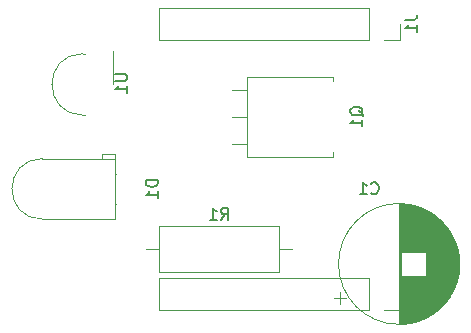
<source format=gbr>
%TF.GenerationSoftware,KiCad,Pcbnew,(5.1.7)-1*%
%TF.CreationDate,2020-12-07T09:32:12+01:00*%
%TF.ProjectId,RcOid,52634f69-642e-46b6-9963-61645f706362,1*%
%TF.SameCoordinates,Original*%
%TF.FileFunction,Legend,Bot*%
%TF.FilePolarity,Positive*%
%FSLAX46Y46*%
G04 Gerber Fmt 4.6, Leading zero omitted, Abs format (unit mm)*
G04 Created by KiCad (PCBNEW (5.1.7)-1) date 2020-12-07 09:32:12*
%MOMM*%
%LPD*%
G01*
G04 APERTURE LIST*
%ADD10C,0.120000*%
%ADD11C,0.150000*%
G04 APERTURE END LIST*
D10*
%TO.C,Q1*%
X137000000Y-105260000D02*
X137000000Y-98440000D01*
X144240000Y-105260000D02*
X144240000Y-104851000D01*
X144240000Y-98849000D02*
X144240000Y-98440000D01*
X144240000Y-105260000D02*
X137000000Y-105260000D01*
X144240000Y-98440000D02*
X137000000Y-98440000D01*
X137000000Y-104140000D02*
X135670000Y-104140000D01*
X137000000Y-101850000D02*
X135670000Y-101850000D01*
X137000000Y-99560000D02*
X135670000Y-99560000D01*
%TO.C,D1*%
X125920000Y-106680000D02*
X125920000Y-106680000D01*
X125790000Y-106680000D02*
X125920000Y-106680000D01*
X125790000Y-106680000D02*
X125790000Y-106680000D01*
X125920000Y-106680000D02*
X125790000Y-106680000D01*
X125920000Y-109220000D02*
X125920000Y-109220000D01*
X125790000Y-109220000D02*
X125920000Y-109220000D01*
X125790000Y-109220000D02*
X125790000Y-109220000D01*
X125920000Y-109220000D02*
X125790000Y-109220000D01*
X125790000Y-105390000D02*
X125790000Y-104990000D01*
X124670000Y-105390000D02*
X125790000Y-105390000D01*
X124670000Y-104990000D02*
X124670000Y-105390000D01*
X125790000Y-104990000D02*
X124670000Y-104990000D01*
X125790000Y-110510000D02*
X125790000Y-105390000D01*
X125790000Y-105390000D02*
X119630000Y-105390000D01*
X125790000Y-110510000D02*
X119630000Y-110510000D01*
X119630000Y-105390000D02*
G75*
G03*
X119630000Y-110510000I0J-2560000D01*
G01*
%TO.C,C1*%
X144860354Y-117675000D02*
X144860354Y-116675000D01*
X144360354Y-117175000D02*
X145360354Y-117175000D01*
X154921000Y-114899000D02*
X154921000Y-113701000D01*
X154881000Y-115162000D02*
X154881000Y-113438000D01*
X154841000Y-115362000D02*
X154841000Y-113238000D01*
X154801000Y-115530000D02*
X154801000Y-113070000D01*
X154761000Y-115678000D02*
X154761000Y-112922000D01*
X154721000Y-115810000D02*
X154721000Y-112790000D01*
X154681000Y-115930000D02*
X154681000Y-112670000D01*
X154641000Y-116042000D02*
X154641000Y-112558000D01*
X154601000Y-116146000D02*
X154601000Y-112454000D01*
X154561000Y-116244000D02*
X154561000Y-112356000D01*
X154521000Y-116337000D02*
X154521000Y-112263000D01*
X154481000Y-116425000D02*
X154481000Y-112175000D01*
X154441000Y-116509000D02*
X154441000Y-112091000D01*
X154401000Y-116589000D02*
X154401000Y-112011000D01*
X154361000Y-116665000D02*
X154361000Y-111935000D01*
X154321000Y-116739000D02*
X154321000Y-111861000D01*
X154281000Y-116810000D02*
X154281000Y-111790000D01*
X154241000Y-116879000D02*
X154241000Y-111721000D01*
X154201000Y-116945000D02*
X154201000Y-111655000D01*
X154161000Y-117009000D02*
X154161000Y-111591000D01*
X154121000Y-117070000D02*
X154121000Y-111530000D01*
X154081000Y-117130000D02*
X154081000Y-111470000D01*
X154041000Y-117189000D02*
X154041000Y-111411000D01*
X154001000Y-117245000D02*
X154001000Y-111355000D01*
X153961000Y-117300000D02*
X153961000Y-111300000D01*
X153921000Y-117354000D02*
X153921000Y-111246000D01*
X153881000Y-117406000D02*
X153881000Y-111194000D01*
X153841000Y-117456000D02*
X153841000Y-111144000D01*
X153801000Y-117506000D02*
X153801000Y-111094000D01*
X153761000Y-117554000D02*
X153761000Y-111046000D01*
X153721000Y-117601000D02*
X153721000Y-110999000D01*
X153681000Y-117647000D02*
X153681000Y-110953000D01*
X153641000Y-117692000D02*
X153641000Y-110908000D01*
X153601000Y-117736000D02*
X153601000Y-110864000D01*
X153561000Y-117778000D02*
X153561000Y-110822000D01*
X153521000Y-117820000D02*
X153521000Y-110780000D01*
X153481000Y-117861000D02*
X153481000Y-110739000D01*
X153441000Y-117901000D02*
X153441000Y-110699000D01*
X153401000Y-117940000D02*
X153401000Y-110660000D01*
X153361000Y-117979000D02*
X153361000Y-110621000D01*
X153321000Y-118016000D02*
X153321000Y-110584000D01*
X153281000Y-118053000D02*
X153281000Y-110547000D01*
X153241000Y-118089000D02*
X153241000Y-110511000D01*
X153201000Y-118124000D02*
X153201000Y-110476000D01*
X153161000Y-118158000D02*
X153161000Y-110442000D01*
X153121000Y-118192000D02*
X153121000Y-110408000D01*
X153081000Y-118225000D02*
X153081000Y-110375000D01*
X153041000Y-118257000D02*
X153041000Y-110343000D01*
X153001000Y-118289000D02*
X153001000Y-110311000D01*
X152961000Y-118320000D02*
X152961000Y-110280000D01*
X152921000Y-118350000D02*
X152921000Y-110250000D01*
X152881000Y-118380000D02*
X152881000Y-110220000D01*
X152841000Y-118410000D02*
X152841000Y-110190000D01*
X152801000Y-118438000D02*
X152801000Y-110162000D01*
X152761000Y-118466000D02*
X152761000Y-110134000D01*
X152721000Y-118494000D02*
X152721000Y-110106000D01*
X152681000Y-118521000D02*
X152681000Y-110079000D01*
X152641000Y-118547000D02*
X152641000Y-110053000D01*
X152601000Y-118573000D02*
X152601000Y-110027000D01*
X152561000Y-118598000D02*
X152561000Y-110002000D01*
X152521000Y-118623000D02*
X152521000Y-109977000D01*
X152481000Y-118647000D02*
X152481000Y-109953000D01*
X152441000Y-118671000D02*
X152441000Y-109929000D01*
X152401000Y-118695000D02*
X152401000Y-109905000D01*
X152361000Y-118717000D02*
X152361000Y-109883000D01*
X152321000Y-118740000D02*
X152321000Y-109860000D01*
X152281000Y-118762000D02*
X152281000Y-109838000D01*
X152241000Y-118783000D02*
X152241000Y-109817000D01*
X152201000Y-118804000D02*
X152201000Y-109796000D01*
X152161000Y-118825000D02*
X152161000Y-109775000D01*
X152121000Y-113260000D02*
X152121000Y-109755000D01*
X152121000Y-118845000D02*
X152121000Y-115340000D01*
X152081000Y-113260000D02*
X152081000Y-109736000D01*
X152081000Y-118864000D02*
X152081000Y-115340000D01*
X152041000Y-113260000D02*
X152041000Y-109716000D01*
X152041000Y-118884000D02*
X152041000Y-115340000D01*
X152001000Y-113260000D02*
X152001000Y-109697000D01*
X152001000Y-118903000D02*
X152001000Y-115340000D01*
X151961000Y-113260000D02*
X151961000Y-109679000D01*
X151961000Y-118921000D02*
X151961000Y-115340000D01*
X151921000Y-113260000D02*
X151921000Y-109661000D01*
X151921000Y-118939000D02*
X151921000Y-115340000D01*
X151881000Y-113260000D02*
X151881000Y-109643000D01*
X151881000Y-118957000D02*
X151881000Y-115340000D01*
X151841000Y-113260000D02*
X151841000Y-109626000D01*
X151841000Y-118974000D02*
X151841000Y-115340000D01*
X151801000Y-113260000D02*
X151801000Y-109610000D01*
X151801000Y-118990000D02*
X151801000Y-115340000D01*
X151761000Y-113260000D02*
X151761000Y-109593000D01*
X151761000Y-119007000D02*
X151761000Y-115340000D01*
X151721000Y-113260000D02*
X151721000Y-109577000D01*
X151721000Y-119023000D02*
X151721000Y-115340000D01*
X151681000Y-113260000D02*
X151681000Y-109562000D01*
X151681000Y-119038000D02*
X151681000Y-115340000D01*
X151641000Y-113260000D02*
X151641000Y-109546000D01*
X151641000Y-119054000D02*
X151641000Y-115340000D01*
X151601000Y-113260000D02*
X151601000Y-109532000D01*
X151601000Y-119068000D02*
X151601000Y-115340000D01*
X151561000Y-113260000D02*
X151561000Y-109517000D01*
X151561000Y-119083000D02*
X151561000Y-115340000D01*
X151521000Y-113260000D02*
X151521000Y-109503000D01*
X151521000Y-119097000D02*
X151521000Y-115340000D01*
X151481000Y-113260000D02*
X151481000Y-109489000D01*
X151481000Y-119111000D02*
X151481000Y-115340000D01*
X151441000Y-113260000D02*
X151441000Y-109476000D01*
X151441000Y-119124000D02*
X151441000Y-115340000D01*
X151401000Y-113260000D02*
X151401000Y-109463000D01*
X151401000Y-119137000D02*
X151401000Y-115340000D01*
X151361000Y-113260000D02*
X151361000Y-109450000D01*
X151361000Y-119150000D02*
X151361000Y-115340000D01*
X151321000Y-113260000D02*
X151321000Y-109438000D01*
X151321000Y-119162000D02*
X151321000Y-115340000D01*
X151281000Y-113260000D02*
X151281000Y-109426000D01*
X151281000Y-119174000D02*
X151281000Y-115340000D01*
X151241000Y-113260000D02*
X151241000Y-109415000D01*
X151241000Y-119185000D02*
X151241000Y-115340000D01*
X151201000Y-113260000D02*
X151201000Y-109403000D01*
X151201000Y-119197000D02*
X151201000Y-115340000D01*
X151161000Y-113260000D02*
X151161000Y-109393000D01*
X151161000Y-119207000D02*
X151161000Y-115340000D01*
X151121000Y-113260000D02*
X151121000Y-109382000D01*
X151121000Y-119218000D02*
X151121000Y-115340000D01*
X151081000Y-113260000D02*
X151081000Y-109372000D01*
X151081000Y-119228000D02*
X151081000Y-115340000D01*
X151041000Y-113260000D02*
X151041000Y-109362000D01*
X151041000Y-119238000D02*
X151041000Y-115340000D01*
X151001000Y-113260000D02*
X151001000Y-109353000D01*
X151001000Y-119247000D02*
X151001000Y-115340000D01*
X150961000Y-113260000D02*
X150961000Y-109344000D01*
X150961000Y-119256000D02*
X150961000Y-115340000D01*
X150921000Y-113260000D02*
X150921000Y-109335000D01*
X150921000Y-119265000D02*
X150921000Y-115340000D01*
X150881000Y-113260000D02*
X150881000Y-109326000D01*
X150881000Y-119274000D02*
X150881000Y-115340000D01*
X150841000Y-113260000D02*
X150841000Y-109318000D01*
X150841000Y-119282000D02*
X150841000Y-115340000D01*
X150801000Y-113260000D02*
X150801000Y-109310000D01*
X150801000Y-119290000D02*
X150801000Y-115340000D01*
X150761000Y-113260000D02*
X150761000Y-109303000D01*
X150761000Y-119297000D02*
X150761000Y-115340000D01*
X150721000Y-113260000D02*
X150721000Y-109296000D01*
X150721000Y-119304000D02*
X150721000Y-115340000D01*
X150681000Y-113260000D02*
X150681000Y-109289000D01*
X150681000Y-119311000D02*
X150681000Y-115340000D01*
X150641000Y-113260000D02*
X150641000Y-109282000D01*
X150641000Y-119318000D02*
X150641000Y-115340000D01*
X150601000Y-113260000D02*
X150601000Y-109276000D01*
X150601000Y-119324000D02*
X150601000Y-115340000D01*
X150561000Y-113260000D02*
X150561000Y-109270000D01*
X150561000Y-119330000D02*
X150561000Y-115340000D01*
X150520000Y-113260000D02*
X150520000Y-109265000D01*
X150520000Y-119335000D02*
X150520000Y-115340000D01*
X150480000Y-113260000D02*
X150480000Y-109260000D01*
X150480000Y-119340000D02*
X150480000Y-115340000D01*
X150440000Y-113260000D02*
X150440000Y-109255000D01*
X150440000Y-119345000D02*
X150440000Y-115340000D01*
X150400000Y-113260000D02*
X150400000Y-109250000D01*
X150400000Y-119350000D02*
X150400000Y-115340000D01*
X150360000Y-113260000D02*
X150360000Y-109246000D01*
X150360000Y-119354000D02*
X150360000Y-115340000D01*
X150320000Y-113260000D02*
X150320000Y-109242000D01*
X150320000Y-119358000D02*
X150320000Y-115340000D01*
X150280000Y-113260000D02*
X150280000Y-109238000D01*
X150280000Y-119362000D02*
X150280000Y-115340000D01*
X150240000Y-113260000D02*
X150240000Y-109235000D01*
X150240000Y-119365000D02*
X150240000Y-115340000D01*
X150200000Y-113260000D02*
X150200000Y-109232000D01*
X150200000Y-119368000D02*
X150200000Y-115340000D01*
X150160000Y-113260000D02*
X150160000Y-109230000D01*
X150160000Y-119370000D02*
X150160000Y-115340000D01*
X150120000Y-113260000D02*
X150120000Y-109227000D01*
X150120000Y-119373000D02*
X150120000Y-115340000D01*
X150080000Y-113260000D02*
X150080000Y-109225000D01*
X150080000Y-119375000D02*
X150080000Y-115340000D01*
X150040000Y-119377000D02*
X150040000Y-109223000D01*
X150000000Y-119378000D02*
X150000000Y-109222000D01*
X149960000Y-119379000D02*
X149960000Y-109221000D01*
X149920000Y-119380000D02*
X149920000Y-109220000D01*
X149880000Y-119380000D02*
X149880000Y-109220000D01*
X149840000Y-119380000D02*
X149840000Y-109220000D01*
X154960000Y-114300000D02*
G75*
G03*
X154960000Y-114300000I-5120000J0D01*
G01*
%TO.C,J1*%
X149920000Y-95310000D02*
X149920000Y-93980000D01*
X148590000Y-95310000D02*
X149920000Y-95310000D01*
X147320000Y-95310000D02*
X147320000Y-92650000D01*
X147320000Y-92650000D02*
X129480000Y-92650000D01*
X147320000Y-95310000D02*
X129480000Y-95310000D01*
X129480000Y-95310000D02*
X129480000Y-92650000D01*
%TO.C,J2*%
X129480000Y-118170000D02*
X129480000Y-115510000D01*
X147320000Y-118170000D02*
X129480000Y-118170000D01*
X147320000Y-115510000D02*
X129480000Y-115510000D01*
X147320000Y-118170000D02*
X147320000Y-115510000D01*
X148590000Y-118170000D02*
X149920000Y-118170000D01*
X149920000Y-118170000D02*
X149920000Y-116840000D01*
%TO.C,R1*%
X128440000Y-113030000D02*
X129550000Y-113030000D01*
X140800000Y-113030000D02*
X139690000Y-113030000D01*
X129550000Y-111110000D02*
X139690000Y-111110000D01*
X129550000Y-114950000D02*
X129550000Y-111110000D01*
X139690000Y-114950000D02*
X129550000Y-114950000D01*
X139690000Y-111110000D02*
X139690000Y-114950000D01*
%TO.C,U1*%
X125620000Y-96300000D02*
X125620000Y-99060000D01*
X123060000Y-101700000D02*
X123260000Y-101700000D01*
X123060000Y-96500000D02*
X123260000Y-96500000D01*
X123060000Y-101700000D02*
G75*
G02*
X123060000Y-96500000I0J2600000D01*
G01*
%TO.C,Q1*%
D11*
X146820952Y-101754761D02*
X146773333Y-101659523D01*
X146678094Y-101564285D01*
X146535237Y-101421428D01*
X146487618Y-101326190D01*
X146487618Y-101230952D01*
X146725713Y-101278571D02*
X146678094Y-101183333D01*
X146582856Y-101088095D01*
X146392380Y-101040476D01*
X146059047Y-101040476D01*
X145868571Y-101088095D01*
X145773333Y-101183333D01*
X145725713Y-101278571D01*
X145725713Y-101469047D01*
X145773333Y-101564285D01*
X145868571Y-101659523D01*
X146059047Y-101707142D01*
X146392380Y-101707142D01*
X146582856Y-101659523D01*
X146678094Y-101564285D01*
X146725713Y-101469047D01*
X146725713Y-101278571D01*
X146725713Y-102659523D02*
X146725713Y-102088095D01*
X146725713Y-102373809D02*
X145725713Y-102373809D01*
X145868571Y-102278571D01*
X145963809Y-102183333D01*
X146011428Y-102088095D01*
%TO.C,D1*%
X129412380Y-107211904D02*
X128412380Y-107211904D01*
X128412380Y-107450000D01*
X128460000Y-107592857D01*
X128555238Y-107688095D01*
X128650476Y-107735714D01*
X128840952Y-107783333D01*
X128983809Y-107783333D01*
X129174285Y-107735714D01*
X129269523Y-107688095D01*
X129364761Y-107592857D01*
X129412380Y-107450000D01*
X129412380Y-107211904D01*
X129412380Y-108735714D02*
X129412380Y-108164285D01*
X129412380Y-108450000D02*
X128412380Y-108450000D01*
X128555238Y-108354761D01*
X128650476Y-108259523D01*
X128698095Y-108164285D01*
%TO.C,C1*%
X147486666Y-108307142D02*
X147534285Y-108354761D01*
X147677142Y-108402380D01*
X147772380Y-108402380D01*
X147915238Y-108354761D01*
X148010476Y-108259523D01*
X148058095Y-108164285D01*
X148105714Y-107973809D01*
X148105714Y-107830952D01*
X148058095Y-107640476D01*
X148010476Y-107545238D01*
X147915238Y-107450000D01*
X147772380Y-107402380D01*
X147677142Y-107402380D01*
X147534285Y-107450000D01*
X147486666Y-107497619D01*
X146534285Y-108402380D02*
X147105714Y-108402380D01*
X146820000Y-108402380D02*
X146820000Y-107402380D01*
X146915238Y-107545238D01*
X147010476Y-107640476D01*
X147105714Y-107688095D01*
%TO.C,J1*%
X150372380Y-93646666D02*
X151086666Y-93646666D01*
X151229523Y-93599047D01*
X151324761Y-93503809D01*
X151372380Y-93360952D01*
X151372380Y-93265714D01*
X151372380Y-94646666D02*
X151372380Y-94075238D01*
X151372380Y-94360952D02*
X150372380Y-94360952D01*
X150515238Y-94265714D01*
X150610476Y-94170476D01*
X150658095Y-94075238D01*
%TO.C,J2*%
X150372380Y-116506666D02*
X151086666Y-116506666D01*
X151229523Y-116459047D01*
X151324761Y-116363809D01*
X151372380Y-116220952D01*
X151372380Y-116125714D01*
X150467619Y-116935238D02*
X150420000Y-116982857D01*
X150372380Y-117078095D01*
X150372380Y-117316190D01*
X150420000Y-117411428D01*
X150467619Y-117459047D01*
X150562857Y-117506666D01*
X150658095Y-117506666D01*
X150800952Y-117459047D01*
X151372380Y-116887619D01*
X151372380Y-117506666D01*
%TO.C,R1*%
X134786666Y-110562380D02*
X135120000Y-110086190D01*
X135358095Y-110562380D02*
X135358095Y-109562380D01*
X134977142Y-109562380D01*
X134881904Y-109610000D01*
X134834285Y-109657619D01*
X134786666Y-109752857D01*
X134786666Y-109895714D01*
X134834285Y-109990952D01*
X134881904Y-110038571D01*
X134977142Y-110086190D01*
X135358095Y-110086190D01*
X133834285Y-110562380D02*
X134405714Y-110562380D01*
X134120000Y-110562380D02*
X134120000Y-109562380D01*
X134215238Y-109705238D01*
X134310476Y-109800476D01*
X134405714Y-109848095D01*
%TO.C,U1*%
X125812380Y-98238095D02*
X126621904Y-98238095D01*
X126717142Y-98285714D01*
X126764761Y-98333333D01*
X126812380Y-98428571D01*
X126812380Y-98619047D01*
X126764761Y-98714285D01*
X126717142Y-98761904D01*
X126621904Y-98809523D01*
X125812380Y-98809523D01*
X126812380Y-99809523D02*
X126812380Y-99238095D01*
X126812380Y-99523809D02*
X125812380Y-99523809D01*
X125955238Y-99428571D01*
X126050476Y-99333333D01*
X126098095Y-99238095D01*
%TD*%
M02*

</source>
